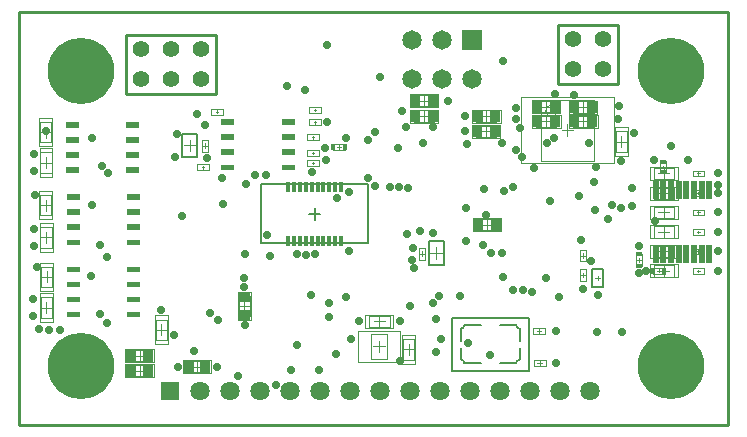
<source format=gbs>
G04*
G04 #@! TF.GenerationSoftware,Altium Limited,Altium Designer,18.0.12 (696)*
G04*
G04 Layer_Color=16711935*
%FSLAX44Y44*%
%MOMM*%
G71*
G01*
G75*
%ADD14C,0.2540*%
%ADD15C,0.2000*%
%ADD19C,0.1270*%
%ADD20C,0.1000*%
%ADD21C,0.0500*%
%ADD23R,0.6000X0.4500*%
%ADD24R,0.4000X0.6000*%
%ADD31R,0.4500X0.6000*%
%ADD41R,0.8270X1.0270*%
%ADD45R,0.9270X1.0270*%
%ADD46R,1.0270X0.8270*%
%ADD51C,0.1270*%
%ADD52R,1.6270X1.6270*%
%ADD53C,1.6270*%
%ADD54C,1.3970*%
%ADD55C,1.6510*%
%ADD56R,1.6510X1.6510*%
%ADD57C,5.6270*%
%ADD58C,0.7270*%
%ADD67R,0.6000X0.4000*%
%ADD69R,0.4270X0.8270*%
%ADD70R,0.4770X1.5270*%
G36*
X233180Y253840D02*
X222198D01*
Y258759D01*
X233180D01*
Y253840D01*
D02*
G37*
G36*
X182180D02*
X171085D01*
Y258806D01*
X182180D01*
Y253840D01*
D02*
G37*
G36*
X101704Y251804D02*
X90722D01*
Y256723D01*
X101704D01*
Y251804D01*
D02*
G37*
G36*
X50704D02*
X39609D01*
Y256770D01*
X50704D01*
Y251804D01*
D02*
G37*
G36*
X233180Y241140D02*
X222216D01*
Y246056D01*
X233180D01*
Y241140D01*
D02*
G37*
G36*
X182180D02*
X171096D01*
Y246064D01*
X182180D01*
Y241140D01*
D02*
G37*
G36*
X101704Y239104D02*
X90740D01*
Y244020D01*
X101704D01*
Y239104D01*
D02*
G37*
G36*
X50704D02*
X39620D01*
Y244028D01*
X50704D01*
Y239104D01*
D02*
G37*
G36*
X233180Y228440D02*
X222227D01*
Y233331D01*
X233180D01*
Y228440D01*
D02*
G37*
G36*
X182180D02*
X171150D01*
Y233336D01*
X182180D01*
Y228440D01*
D02*
G37*
G36*
X101704Y226404D02*
X90751D01*
Y231295D01*
X101704D01*
Y226404D01*
D02*
G37*
G36*
X50704D02*
X39674D01*
Y231300D01*
X50704D01*
Y226404D01*
D02*
G37*
G36*
X233180Y215740D02*
X222219D01*
Y220607D01*
X233180D01*
Y215740D01*
D02*
G37*
G36*
X182180D02*
X171150D01*
Y220624D01*
X182180D01*
Y215740D01*
D02*
G37*
G36*
X101704Y213704D02*
X90743D01*
Y218571D01*
X101704D01*
Y213704D01*
D02*
G37*
G36*
X50704D02*
X39674D01*
Y218588D01*
X50704D01*
Y213704D01*
D02*
G37*
G36*
X102212Y190336D02*
X91230D01*
Y195255D01*
X102212D01*
Y190336D01*
D02*
G37*
G36*
X51212D02*
X40117D01*
Y195302D01*
X51212D01*
Y190336D01*
D02*
G37*
G36*
X102212Y177636D02*
X91248D01*
Y182552D01*
X102212D01*
Y177636D01*
D02*
G37*
G36*
X51212D02*
X40128D01*
Y182560D01*
X51212D01*
Y177636D01*
D02*
G37*
G36*
X102212Y164936D02*
X91259D01*
Y169827D01*
X102212D01*
Y164936D01*
D02*
G37*
G36*
X51212D02*
X40182D01*
Y169832D01*
X51212D01*
Y164936D01*
D02*
G37*
G36*
X102212Y152236D02*
X91251D01*
Y157103D01*
X102212D01*
Y152236D01*
D02*
G37*
G36*
X51212D02*
X40182D01*
Y157120D01*
X51212D01*
Y152236D01*
D02*
G37*
G36*
X102356Y129204D02*
X91374D01*
Y134123D01*
X102356D01*
Y129204D01*
D02*
G37*
G36*
X51356D02*
X40261D01*
Y134170D01*
X51356D01*
Y129204D01*
D02*
G37*
G36*
X102356Y116504D02*
X91392D01*
Y121420D01*
X102356D01*
Y116504D01*
D02*
G37*
G36*
X51356D02*
X40272D01*
Y121428D01*
X51356D01*
Y116504D01*
D02*
G37*
G36*
X102356Y103804D02*
X91403D01*
Y108695D01*
X102356D01*
Y103804D01*
D02*
G37*
G36*
X51356D02*
X40326D01*
Y108700D01*
X51356D01*
Y103804D01*
D02*
G37*
G36*
X102356Y91104D02*
X91395D01*
Y95971D01*
X102356D01*
Y91104D01*
D02*
G37*
G36*
X51356D02*
X40326D01*
Y95988D01*
X51356D01*
Y91104D01*
D02*
G37*
D14*
X166190Y280468D02*
Y330252D01*
X89990D02*
X166190D01*
X89990Y280468D02*
Y330252D01*
Y280468D02*
X166190D01*
X455930Y338836D02*
X506730D01*
Y289052D02*
Y338836D01*
X455930Y289052D02*
X506730D01*
X455930D02*
Y338836D01*
X0Y0D02*
X600000D01*
X0D02*
Y350000D01*
X600000D01*
Y0D02*
Y350000D01*
D15*
X346810Y135796D02*
X359310D01*
Y155796D01*
X346810D02*
X359310D01*
X346810Y135796D02*
Y155796D01*
X205000Y153900D02*
X225000D01*
X205000D02*
Y203900D01*
X295000D01*
Y153900D02*
Y203900D01*
X225000Y153900D02*
X295000D01*
X150522Y226728D02*
Y246728D01*
X138022Y226728D02*
X150522D01*
X138022D02*
Y246728D01*
X150522D01*
X485307Y116710D02*
X493807D01*
Y132210D01*
X485307D02*
X493807D01*
X485307Y116710D02*
Y132210D01*
X250000Y173900D02*
Y183900D01*
Y178900D02*
Y183900D01*
X245000Y178900D02*
X250000D01*
X245000D02*
X255000D01*
D19*
X423780Y55580D02*
G03*
X420780Y52580I0J-3000D01*
G01*
X376780D02*
G03*
X373780Y55580I-3000J0D01*
G01*
X420780Y84580D02*
G03*
X423780Y81580I3000J0D01*
G01*
X373780D02*
G03*
X376780Y84580I0J3000D01*
G01*
X366280Y46080D02*
Y91080D01*
X431280D01*
Y46080D02*
Y91080D01*
X366280Y46080D02*
X431280D01*
X423780Y55580D02*
Y65580D01*
X406780Y52580D02*
X420780D01*
X376780D02*
X390780D01*
X373780Y55580D02*
Y65580D01*
X423780Y71580D02*
Y81580D01*
X406780Y84580D02*
X420780D01*
X376780D02*
X390780D01*
X373780Y71580D02*
Y81580D01*
D20*
X455602Y266004D02*
G03*
X455602Y266004I-5000J0D01*
G01*
X338368Y140034D02*
X343368D01*
Y150034D01*
X338368D02*
X343368D01*
X338368Y140034D02*
Y150034D01*
X265764Y237958D02*
X275764D01*
X265764Y232958D02*
Y237958D01*
Y232958D02*
X275764D01*
Y237958D01*
X141618Y44780D02*
Y54280D01*
X159118Y44780D02*
Y54280D01*
X141618Y44780D02*
X159118D01*
X141618Y54280D02*
X159118D01*
X185750Y92518D02*
X195250D01*
X185750Y109518D02*
X195250D01*
Y92518D02*
Y109518D01*
X185750Y92518D02*
Y109518D01*
X522010Y134700D02*
X527010D01*
X522010D02*
Y144700D01*
X527010D01*
Y134700D02*
Y144700D01*
X536274Y128310D02*
Y133310D01*
X546274D01*
Y128310D02*
Y133310D01*
X536274Y128310D02*
X546274D01*
X542850Y213440D02*
X547850D01*
X542850D02*
Y223440D01*
X547850D01*
Y213440D02*
Y223440D01*
X387232Y164749D02*
Y174249D01*
X404232Y164749D02*
Y174249D01*
X387232Y164749D02*
X404232D01*
X387232Y174249D02*
X404232D01*
X245190Y264200D02*
Y269200D01*
Y264200D02*
X255190D01*
Y269200D01*
X245190D02*
X255190D01*
Y253790D02*
Y258790D01*
X245190D02*
X255190D01*
X245190Y253790D02*
Y258790D01*
Y253790D02*
X255190D01*
X253666Y241086D02*
Y246086D01*
X243666D02*
X253666D01*
X243666Y241086D02*
Y246086D01*
Y241086D02*
X253666D01*
Y227878D02*
Y232878D01*
X243666D02*
X253666D01*
X243666Y227878D02*
Y232878D01*
Y227878D02*
X253666D01*
X243666Y219496D02*
Y224496D01*
Y219496D02*
X253666D01*
Y224496D01*
X243666D02*
X253666D01*
X159868Y231474D02*
Y241474D01*
X154868Y231474D02*
X159868D01*
X154868D02*
Y241474D01*
X159868D01*
X150496Y215690D02*
X160496D01*
X150496D02*
Y220690D01*
X160496D01*
Y215690D02*
Y220690D01*
X162132Y267930D02*
X172132D01*
Y262930D02*
Y267930D01*
X162132Y262930D02*
X172132D01*
X162132D02*
Y267930D01*
X569980Y166000D02*
X579980D01*
Y161000D02*
Y166000D01*
X569980Y161000D02*
X579980D01*
X569980D02*
Y166000D01*
Y149490D02*
X579980D01*
Y144490D02*
Y149490D01*
X569980Y144490D02*
X579980D01*
X569980D02*
Y149490D01*
Y132980D02*
X579980D01*
Y127980D02*
Y132980D01*
X569980Y127980D02*
X579980D01*
X569980D02*
Y132980D01*
Y215530D02*
X579980D01*
Y210530D02*
Y215530D01*
X569980Y210530D02*
X579980D01*
X569980D02*
Y215530D01*
Y198870D02*
X579980D01*
Y193870D02*
Y198870D01*
X569980Y193870D02*
X579980D01*
X569980D02*
Y198870D01*
Y182510D02*
X579980D01*
Y177510D02*
Y182510D01*
X569980Y177510D02*
X579980D01*
X569980D02*
Y182510D01*
X537150Y168250D02*
X554150D01*
X537150Y158750D02*
X554150D01*
X537150D02*
Y168250D01*
X554150Y158750D02*
Y168250D01*
X537150Y151740D02*
X554150D01*
X537150Y142240D02*
X554150D01*
X537150D02*
Y151740D01*
X554150Y142240D02*
Y151740D01*
X537150Y135230D02*
X554150D01*
X537150Y125730D02*
X554150D01*
X537150D02*
Y135230D01*
X554150Y125730D02*
Y135230D01*
X537150Y217780D02*
X554150D01*
X537150Y208280D02*
X554150D01*
X537150D02*
Y217780D01*
X554150Y208280D02*
Y217780D01*
X537150Y201120D02*
X554150D01*
X537150Y191620D02*
X554150D01*
X537150D02*
Y201120D01*
X554150Y191620D02*
Y201120D01*
X537150Y184760D02*
X554150D01*
X537150Y175260D02*
X554150D01*
X537150D02*
Y184760D01*
X554150Y175260D02*
Y184760D01*
X475020Y122000D02*
Y132000D01*
X480020D01*
Y122000D02*
Y132000D01*
X475020Y122000D02*
X480020D01*
X474436Y138510D02*
Y148510D01*
X479436D01*
Y138510D02*
Y148510D01*
X474436Y138510D02*
X479436D01*
X434968Y77510D02*
X444968D01*
X434968D02*
Y82510D01*
X444968D01*
Y77510D02*
Y82510D01*
X435690Y50284D02*
X445690D01*
X435690D02*
Y55284D01*
X445690D01*
Y50284D02*
Y55284D01*
X468871Y273990D02*
X485872D01*
X468871Y264490D02*
X485872D01*
Y273990D01*
X468871Y264490D02*
Y273990D01*
X437646Y274244D02*
X454646D01*
X437646Y264744D02*
X454646D01*
Y274244D01*
X437646Y264744D02*
Y274244D01*
X437724Y261939D02*
X454724D01*
X437724Y252439D02*
X454724D01*
Y261939D01*
X437724Y252439D02*
Y261939D01*
X486063Y252298D02*
Y261798D01*
X469063Y252298D02*
Y261798D01*
X486063D01*
X469063Y252298D02*
X486063D01*
X386978Y266370D02*
X403978D01*
X386978Y256870D02*
X403978D01*
Y266370D01*
X386978Y256870D02*
Y266370D01*
X386822Y253550D02*
X403822D01*
X386822Y244050D02*
X403822D01*
Y253550D01*
X386822Y244050D02*
Y253550D01*
X334146Y269824D02*
X351146D01*
X334146Y279324D02*
X351146D01*
X334146Y269824D02*
Y279324D01*
X351146Y269824D02*
Y279324D01*
X333892Y256870D02*
X350892D01*
X333892Y266370D02*
X350892D01*
X333892Y256870D02*
Y266370D01*
X350892Y256870D02*
Y266370D01*
X17856Y213446D02*
Y230946D01*
X27356Y213446D02*
Y230946D01*
X17856Y213446D02*
X27356D01*
X17856Y230946D02*
X27356D01*
X296050Y92634D02*
X313550D01*
X296050Y83134D02*
X313550D01*
X296050D02*
Y92634D01*
X313550Y83134D02*
Y92634D01*
X324942Y55508D02*
Y72508D01*
X334442Y55508D02*
Y72508D01*
X324942Y55508D02*
X334442D01*
X324942Y72508D02*
X334442D01*
X311546Y55798D02*
Y77298D01*
X297546Y55798D02*
Y77298D01*
Y55798D02*
X311546D01*
X297546Y77298D02*
X311546D01*
X125146Y72367D02*
Y89367D01*
X115646Y72367D02*
Y89367D01*
X125146D01*
X115646Y72367D02*
X125146D01*
X514394Y231258D02*
Y248758D01*
X504893Y231258D02*
Y248758D01*
X514394D01*
X504893Y231258D02*
X514394D01*
X441602Y224004D02*
Y275004D01*
X486601Y224004D02*
Y275004D01*
X441602D02*
X486601D01*
X441602Y224004D02*
X486601D01*
X110354Y41462D02*
Y50962D01*
X93354Y41462D02*
Y50962D01*
X110354D01*
X93354Y41462D02*
X110354D01*
Y53924D02*
Y63424D01*
X93354Y53924D02*
Y63424D01*
X110354D01*
X93354Y53924D02*
X110354D01*
X18230Y108176D02*
X27730D01*
X18230Y90676D02*
X27730D01*
Y108176D01*
X18230Y90676D02*
Y108176D01*
X17900Y167714D02*
X27400D01*
X17900Y150214D02*
X27400D01*
Y167714D01*
X17900Y150214D02*
Y167714D01*
X17653Y256496D02*
X27153D01*
X17653Y239496D02*
X27153D01*
Y256496D01*
X17653Y239496D02*
Y256496D01*
X17448Y177629D02*
Y194629D01*
X26948Y177629D02*
Y194629D01*
X17448Y177629D02*
X26948D01*
X17448Y194629D02*
X26948D01*
X18409Y116976D02*
Y133976D01*
X27909Y116976D02*
Y133976D01*
X18409Y116976D02*
X27909D01*
X18409Y133976D02*
X27909D01*
X348060Y145796D02*
X358060D01*
X353060Y140796D02*
Y150796D01*
X340868Y143034D02*
Y147034D01*
X338868Y145034D02*
X342868D01*
X270764Y233458D02*
Y237458D01*
X268764Y235458D02*
X272764D01*
X138368Y44030D02*
Y55030D01*
X162368Y44030D02*
Y55030D01*
X138368Y44030D02*
X162368D01*
X138368Y55030D02*
X162368D01*
X145618Y49530D02*
X155118D01*
X150368Y44780D02*
Y54280D01*
X185000Y89018D02*
X196000D01*
X185000Y113018D02*
X196000D01*
Y89018D02*
Y113018D01*
X185000Y89018D02*
Y113018D01*
X190500Y96268D02*
Y105768D01*
X185750Y101018D02*
X195250D01*
X524510Y137700D02*
Y141700D01*
X522510Y139700D02*
X526510D01*
X383732Y163999D02*
Y174999D01*
X407732Y163999D02*
Y174999D01*
X383732Y163999D02*
X407732D01*
X383732Y174999D02*
X407732D01*
X390982Y169499D02*
X400482D01*
X395732Y164749D02*
Y174249D01*
X155368Y236474D02*
X159368D01*
X157368Y234474D02*
Y238474D01*
X144272Y231728D02*
Y241728D01*
X139272Y236728D02*
X149272D01*
X545650Y158750D02*
Y168250D01*
X540900Y163500D02*
X550400D01*
X533650Y169000D02*
X557650D01*
X533650Y158000D02*
X557650D01*
X533650D02*
Y169000D01*
X557650Y158000D02*
Y169000D01*
X545650Y142240D02*
Y151740D01*
X540900Y146990D02*
X550400D01*
X533650Y152490D02*
X557650D01*
X533650Y141490D02*
X557650D01*
X533650D02*
Y152490D01*
X557650Y141490D02*
Y152490D01*
X545650Y125730D02*
Y135230D01*
X540900Y130480D02*
X550400D01*
X533650Y135980D02*
X557650D01*
X533650Y124980D02*
X557650D01*
X533650D02*
Y135980D01*
X557650Y124980D02*
Y135980D01*
X545650Y208280D02*
Y217780D01*
X540900Y213030D02*
X550400D01*
X533650Y218530D02*
X557650D01*
X533650Y207530D02*
X557650D01*
X533650D02*
Y218530D01*
X557650Y207530D02*
Y218530D01*
X545650Y191620D02*
Y201120D01*
X540900Y196370D02*
X550400D01*
X533650Y201870D02*
X557650D01*
X533650Y190870D02*
X557650D01*
X533650D02*
Y201870D01*
X557650Y190870D02*
Y201870D01*
X545650Y175260D02*
Y184760D01*
X540900Y180010D02*
X550400D01*
X533650Y185510D02*
X557650D01*
X533650Y174510D02*
X557650D01*
X533650D02*
Y185510D01*
X557650Y174510D02*
Y185510D01*
X489557Y122460D02*
Y126460D01*
X487557Y124460D02*
X491557D01*
X475520Y127000D02*
X479520D01*
X477520Y125000D02*
Y129000D01*
X474936Y143510D02*
X478936D01*
X476936Y141510D02*
Y145510D01*
X439968Y78010D02*
Y82010D01*
X437968Y80010D02*
X441968D01*
X440690Y50784D02*
Y54784D01*
X438690Y52784D02*
X442690D01*
X477371Y264490D02*
Y273990D01*
X472621Y269240D02*
X482122D01*
X465372Y274740D02*
X489371D01*
X465372Y263740D02*
X489371D01*
Y274740D01*
X465372Y263740D02*
Y274740D01*
X446147Y264744D02*
Y274244D01*
X441397Y269494D02*
X450896D01*
X434147Y274994D02*
X458147D01*
X434147Y263994D02*
X458147D01*
Y274994D01*
X434147Y263994D02*
Y274994D01*
X446224Y252439D02*
Y261939D01*
X441474Y257189D02*
X450974D01*
X434224Y262689D02*
X458224D01*
X434224Y251689D02*
X458224D01*
Y262689D01*
X434224Y251689D02*
Y262689D01*
X489563Y251548D02*
Y262548D01*
X465564Y251548D02*
Y262548D01*
X489563D01*
X465564Y251548D02*
X489563D01*
X472813Y257048D02*
X482313D01*
X477564Y252298D02*
Y261798D01*
X395478Y256870D02*
Y266370D01*
X390728Y261620D02*
X400228D01*
X383478Y267120D02*
X407478D01*
X383478Y256120D02*
X407478D01*
Y267120D01*
X383478Y256120D02*
Y267120D01*
X395322Y244050D02*
Y253550D01*
X390572Y248800D02*
X400072D01*
X383322Y254300D02*
X407322D01*
X383322Y243300D02*
X407322D01*
Y254300D01*
X383322Y243300D02*
Y254300D01*
X342646Y269824D02*
Y279324D01*
X337896Y274574D02*
X347396D01*
X330646Y269074D02*
X354646D01*
X330646Y280074D02*
X354646D01*
X330646Y269074D02*
Y280074D01*
X354646Y269074D02*
Y280074D01*
X342392Y256870D02*
Y266370D01*
X337642Y261620D02*
X347142D01*
X330392Y256120D02*
X354392D01*
X330392Y267120D02*
X354392D01*
X330392Y256120D02*
Y267120D01*
X354392Y256120D02*
Y267120D01*
X17856Y222196D02*
X27356D01*
X22606Y217446D02*
Y226946D01*
X17106Y210196D02*
Y234196D01*
X28106Y210196D02*
Y234196D01*
X17106Y210196D02*
X28106D01*
X17106Y234196D02*
X28106D01*
X304800Y83134D02*
Y92634D01*
X300050Y87884D02*
X309550D01*
X292800Y93384D02*
X316800D01*
X292800Y82384D02*
X316800D01*
X292800D02*
Y93384D01*
X316800Y82384D02*
Y93384D01*
X324942Y64008D02*
X334442D01*
X329692Y59258D02*
Y68758D01*
X324192Y52008D02*
Y76008D01*
X335192Y52008D02*
Y76008D01*
X324192Y52008D02*
X335192D01*
X324192Y76008D02*
X335192D01*
X299546Y66548D02*
X309546D01*
X304546Y61548D02*
Y71548D01*
X115646Y80867D02*
X125146D01*
X120396Y76117D02*
Y85617D01*
X125896Y68867D02*
Y92867D01*
X114896Y68867D02*
Y92867D01*
X125896D01*
X114896Y68867D02*
X125896D01*
X504893Y240008D02*
X514394D01*
X509644Y235258D02*
Y244758D01*
X515144Y228008D02*
Y252008D01*
X504143Y228008D02*
Y252008D01*
X515144D01*
X504143Y228008D02*
X515144D01*
X459101Y249504D02*
X469102D01*
X464101Y244504D02*
Y254504D01*
X113854Y40712D02*
Y51712D01*
X89854Y40712D02*
Y51712D01*
X113854D01*
X89854Y40712D02*
X113854D01*
X97104Y46212D02*
X106604D01*
X101854Y41462D02*
Y50962D01*
X113854Y53174D02*
Y64174D01*
X89854Y53174D02*
Y64174D01*
X113854D01*
X89854Y53174D02*
X113854D01*
X97104Y58674D02*
X106604D01*
X101854Y53924D02*
Y63424D01*
X17480Y111426D02*
X28480D01*
X17480Y87426D02*
X28480D01*
Y111426D01*
X17480Y87426D02*
Y111426D01*
X22980Y94676D02*
Y104176D01*
X18230Y99426D02*
X27730D01*
X17150Y170964D02*
X28150D01*
X17150Y146964D02*
X28150D01*
Y170964D01*
X17150Y146964D02*
Y170964D01*
X22650Y154214D02*
Y163714D01*
X17900Y158964D02*
X27400D01*
X16903Y259996D02*
X27903D01*
X16903Y235996D02*
X27903D01*
Y259996D01*
X16903Y235996D02*
Y259996D01*
X22403Y243246D02*
Y252746D01*
X17653Y247996D02*
X27153D01*
X17448Y186129D02*
X26948D01*
X22198Y181379D02*
Y190879D01*
X16698Y174129D02*
Y198129D01*
X27698Y174129D02*
Y198129D01*
X16698Y174129D02*
X27698D01*
X16698Y198129D02*
X27698D01*
X18409Y125476D02*
X27909D01*
X23159Y120726D02*
Y130226D01*
X17659Y113476D02*
Y137476D01*
X28659Y113476D02*
Y137476D01*
X17659Y113476D02*
X28659D01*
X17659Y137476D02*
X28659D01*
D21*
X540274Y130810D02*
X542274D01*
X541274Y129810D02*
Y131810D01*
X545350Y217440D02*
Y219440D01*
X544350Y218440D02*
X546350D01*
X249190Y266700D02*
X251190D01*
X250190Y265700D02*
Y267700D01*
X249190Y256290D02*
X251190D01*
X250190Y255290D02*
Y257290D01*
X247666Y243586D02*
X249666D01*
X248666Y242586D02*
Y244586D01*
X247666Y230378D02*
X249666D01*
X248666Y229378D02*
Y231378D01*
X247666Y221996D02*
X249666D01*
X248666Y220996D02*
Y222996D01*
X155496Y217190D02*
Y219190D01*
X154496Y218190D02*
X156496D01*
X167132Y264430D02*
Y266430D01*
X166132Y265430D02*
X168132D01*
X574980Y162500D02*
Y164500D01*
X573980Y163500D02*
X575980D01*
X574980Y145990D02*
Y147990D01*
X573980Y146990D02*
X575980D01*
X574980Y129480D02*
Y131480D01*
X573980Y130480D02*
X575980D01*
X574980Y212030D02*
Y214030D01*
X573980Y213030D02*
X575980D01*
X574980Y195370D02*
Y197370D01*
X573980Y196370D02*
X575980D01*
X574980Y179010D02*
Y181010D01*
X573980Y180010D02*
X575980D01*
X322546Y53048D02*
Y80048D01*
X286546Y53048D02*
Y80048D01*
Y53048D02*
X322546D01*
X286546Y80048D02*
X322546D01*
X425102Y221504D02*
Y277504D01*
X503102Y221504D02*
Y277504D01*
X425102D02*
X503102D01*
X425102Y221504D02*
X503102D01*
D23*
X524510Y144700D02*
D03*
Y134700D02*
D03*
D24*
X536774Y130810D02*
D03*
X545774D02*
D03*
D31*
X275764Y235458D02*
D03*
X265764D02*
D03*
D41*
X388232Y169499D02*
D03*
X403232D02*
D03*
X484871Y269240D02*
D03*
X469871D02*
D03*
X453647Y269494D02*
D03*
X438647D02*
D03*
X453724Y257189D02*
D03*
X438724D02*
D03*
X485064Y257048D02*
D03*
X470064D02*
D03*
X402978Y261620D02*
D03*
X387978D02*
D03*
X402822Y248800D02*
D03*
X387822D02*
D03*
X335146Y274574D02*
D03*
X350146D02*
D03*
X334892Y261620D02*
D03*
X349892D02*
D03*
X109354Y46212D02*
D03*
X94354D02*
D03*
X109354Y58674D02*
D03*
X94354D02*
D03*
D45*
X143368Y49530D02*
D03*
X157368D02*
D03*
D46*
X190500Y93518D02*
D03*
Y108518D02*
D03*
D51*
X282000Y178900D02*
D03*
X218000D02*
D03*
D52*
X128000Y28851D02*
D03*
D53*
X153400D02*
D03*
X178800D02*
D03*
X204200D02*
D03*
X229600D02*
D03*
X255000D02*
D03*
X280400D02*
D03*
X305800D02*
D03*
X331200D02*
D03*
X356600D02*
D03*
X382000D02*
D03*
X407400D02*
D03*
X432800D02*
D03*
X458200D02*
D03*
X483600D02*
D03*
D54*
X153490Y292660D02*
D03*
Y318060D02*
D03*
X128090Y292660D02*
D03*
Y318060D02*
D03*
X102690Y292660D02*
D03*
Y318060D02*
D03*
X494030Y301244D02*
D03*
Y326644D02*
D03*
X468630Y301244D02*
D03*
Y326644D02*
D03*
D55*
X332711Y293116D02*
D03*
X358111D02*
D03*
X383511D02*
D03*
X332711Y326136D02*
D03*
X358111D02*
D03*
D56*
X383511D02*
D03*
D57*
X552000Y50000D02*
D03*
Y300000D02*
D03*
X52000D02*
D03*
Y50000D02*
D03*
D58*
X276860Y243078D02*
D03*
X247820Y214472D02*
D03*
X269240Y192024D02*
D03*
X279146Y197358D02*
D03*
X210094Y160818D02*
D03*
X350520Y162814D02*
D03*
X377564Y248800D02*
D03*
X226822Y286766D02*
D03*
X241808Y283718D02*
D03*
X327992Y162130D02*
D03*
X190246Y124460D02*
D03*
X150114Y263652D02*
D03*
X132080Y226822D02*
D03*
X323850Y265938D02*
D03*
X341884Y238506D02*
D03*
X327660Y252222D02*
D03*
X320802Y234442D02*
D03*
X408432Y238563D02*
D03*
X425314Y226568D02*
D03*
X393293Y199644D02*
D03*
X537210Y224536D02*
D03*
X509644Y223909D02*
D03*
X322580Y54102D02*
D03*
X281178Y72644D02*
D03*
X262128Y91694D02*
D03*
X287274Y87884D02*
D03*
X322072D02*
D03*
X212503Y143510D02*
D03*
X235204Y67818D02*
D03*
X483870Y139192D02*
D03*
X477520Y115014D02*
D03*
X489557Y110137D02*
D03*
X332660Y140034D02*
D03*
X333919Y132751D02*
D03*
X333074Y150034D02*
D03*
X157368Y254366D02*
D03*
X158750Y225806D02*
D03*
X133630Y246228D02*
D03*
X321310Y201168D02*
D03*
X328930Y200914D02*
D03*
X301244Y248412D02*
D03*
X313690Y201168D02*
D03*
X294894Y241554D02*
D03*
X409835Y308610D02*
D03*
X234950Y144780D02*
D03*
X242500Y144342D02*
D03*
X250444Y144526D02*
D03*
X278892Y147574D02*
D03*
X171958Y208781D02*
D03*
X172720Y187198D02*
D03*
X191770Y204470D02*
D03*
X199898Y211836D02*
D03*
X209042Y211582D02*
D03*
X394970Y177546D02*
D03*
X410020Y198587D02*
D03*
X436118Y217932D02*
D03*
X418020Y201740D02*
D03*
X330454Y100584D02*
D03*
X268224Y59944D02*
D03*
X217424Y33782D02*
D03*
X229870Y46482D02*
D03*
X253746Y46990D02*
D03*
X301498Y202692D02*
D03*
X339344Y164338D02*
D03*
X379476Y237998D02*
D03*
X262128Y103378D02*
D03*
X247142Y110236D02*
D03*
X167894Y88646D02*
D03*
X161798Y95250D02*
D03*
X147828Y62484D02*
D03*
X134112Y49276D02*
D03*
X259588Y224028D02*
D03*
X295354Y209502D02*
D03*
X258826Y234950D02*
D03*
X362712Y274574D02*
D03*
X349892Y252088D02*
D03*
X518716Y200406D02*
D03*
X501598Y185928D02*
D03*
X487426Y182118D02*
D03*
X509270Y183642D02*
D03*
X355346Y108966D02*
D03*
X350520Y103124D02*
D03*
X352806Y90170D02*
D03*
X357378Y72644D02*
D03*
X191262Y144526D02*
D03*
X446532Y238506D02*
D03*
X452882Y242824D02*
D03*
X373126Y108966D02*
D03*
X276606Y108204D02*
D03*
X260600Y256290D02*
D03*
X131064Y76454D02*
D03*
X137668Y177292D02*
D03*
X167640Y49530D02*
D03*
X185420Y41148D02*
D03*
X120396Y97536D02*
D03*
X190500Y116881D02*
D03*
X191008Y84582D02*
D03*
X378206Y183896D02*
D03*
X530606Y130480D02*
D03*
X518922Y185420D02*
D03*
X488696Y218186D02*
D03*
X486410Y205994D02*
D03*
X449160Y189738D02*
D03*
X473710Y193802D02*
D03*
X475996Y156464D02*
D03*
X420796Y233254D02*
D03*
X566166Y224536D02*
D03*
X552196Y236474D02*
D03*
X520566Y247008D02*
D03*
X378505Y156054D02*
D03*
X392430Y152400D02*
D03*
X524510Y128630D02*
D03*
Y151678D02*
D03*
X399796Y145796D02*
D03*
X591820Y130480D02*
D03*
Y146990D02*
D03*
Y163500D02*
D03*
Y196124D02*
D03*
Y180010D02*
D03*
Y203648D02*
D03*
Y213030D02*
D03*
X538150Y172390D02*
D03*
X454660Y52784D02*
D03*
Y80010D02*
D03*
X398282Y59690D02*
D03*
X379730Y69850D02*
D03*
X377190Y261620D02*
D03*
X304978Y294894D02*
D03*
X453647Y280159D02*
D03*
X423672Y251206D02*
D03*
X507746Y269748D02*
D03*
X469871Y279371D02*
D03*
X352552Y62230D02*
D03*
X408940Y146050D02*
D03*
X74676Y142494D02*
D03*
X498703Y174498D02*
D03*
X260350Y322060D02*
D03*
X445704Y124780D02*
D03*
X420624Y259334D02*
D03*
X420370Y268224D02*
D03*
X507238Y258826D02*
D03*
X482346Y239014D02*
D03*
X409956Y125222D02*
D03*
X417627Y114415D02*
D03*
X426720Y114300D02*
D03*
X434340Y112776D02*
D03*
X70104Y218948D02*
D03*
X68072Y152400D02*
D03*
X68580Y93980D02*
D03*
X75184Y213360D02*
D03*
X73914Y86360D02*
D03*
X61468Y243078D02*
D03*
X60960Y125984D02*
D03*
X61468Y186436D02*
D03*
X22352Y248666D02*
D03*
X24892Y80867D02*
D03*
X34290Y80660D02*
D03*
X13462Y194629D02*
D03*
X14808Y134170D02*
D03*
X16764Y81026D02*
D03*
X12642Y215196D02*
D03*
X12056Y229196D02*
D03*
X12476Y151964D02*
D03*
X12294Y165964D02*
D03*
X11908Y92426D02*
D03*
X11938Y106426D02*
D03*
X510464Y78410D02*
D03*
X488950D02*
D03*
X457020Y108278D02*
D03*
D67*
X545350Y213940D02*
D03*
Y222940D02*
D03*
D69*
X272500Y201900D02*
D03*
Y155900D02*
D03*
X267500Y201900D02*
D03*
Y155900D02*
D03*
X262500Y201900D02*
D03*
Y155900D02*
D03*
X257500Y201900D02*
D03*
Y155900D02*
D03*
X252500Y201900D02*
D03*
Y155900D02*
D03*
X247500Y201900D02*
D03*
Y155900D02*
D03*
X242500Y201900D02*
D03*
Y155900D02*
D03*
X237500Y201900D02*
D03*
Y155900D02*
D03*
X232500Y201900D02*
D03*
Y155900D02*
D03*
X227500Y201900D02*
D03*
Y155900D02*
D03*
D70*
X538850Y199060D02*
D03*
X545350D02*
D03*
X551850D02*
D03*
X558350D02*
D03*
X564850D02*
D03*
X571350D02*
D03*
X577850D02*
D03*
X584350D02*
D03*
X538850Y145060D02*
D03*
X545350D02*
D03*
X551850D02*
D03*
X558350D02*
D03*
X564850D02*
D03*
X571350D02*
D03*
X577850D02*
D03*
X584350D02*
D03*
M02*

</source>
